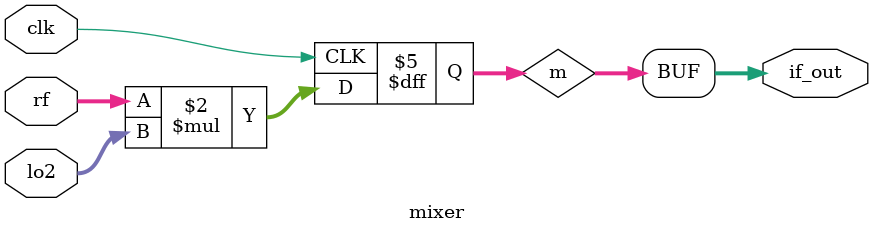
<source format=v>
`timescale 1ns / 1ps


module mixer
    #(parameter RF_WIDTH = 14,
      parameter LO_WIDTH = 14,
      parameter IF_WIDTH = 32)
    (
    input clk,
    input wire signed [RF_WIDTH-1 : 0] rf,
    input wire signed [LO_WIDTH-1 : 0] lo2,
    output wire signed [IF_WIDTH-1 : 0] if_out
    );
    
    //reg [RF_WIDTH+LO_WIDTH-1 : 0] pipe [1:0];
    reg signed [RF_WIDTH-1 : 0] a;
    reg signed [LO_WIDTH-1 : 0] b;
    //reg [IF_WIDTH-1 : 0] non_rounded,rounded;
    
    reg signed [31 : 0] m;
    
    
    always @(posedge clk) begin
        a <= rf;
        b <= lo2;
        //m <= a*b;
        m = rf*lo2;
    end

    assign if_out = m;

endmodule

</source>
